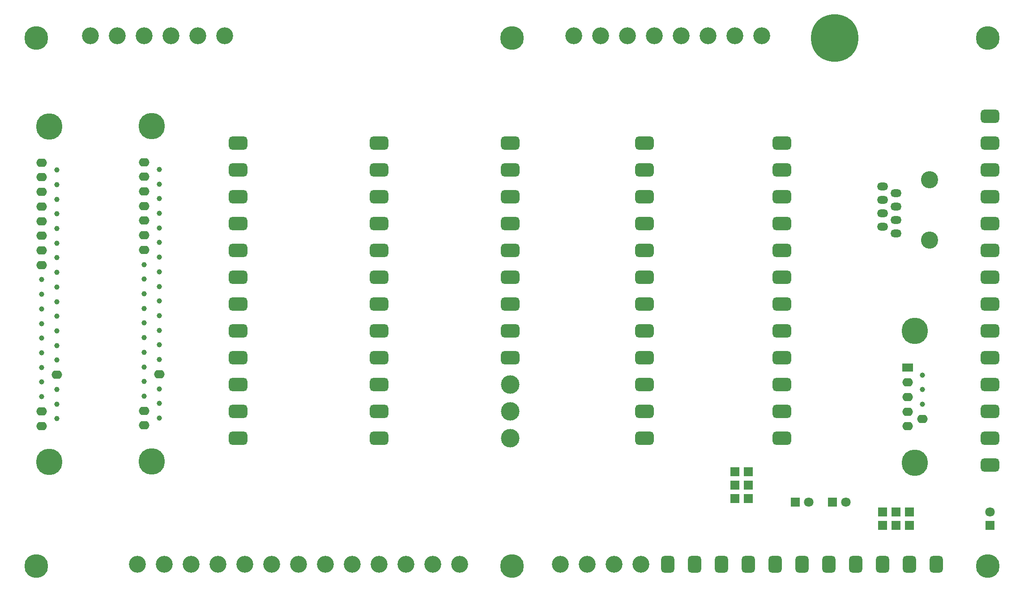
<source format=gbr>
%TF.GenerationSoftware,KiCad,Pcbnew,7.0.1*%
%TF.CreationDate,2023-04-16T18:01:34+03:00*%
%TF.ProjectId,maho-io,6d61686f-2d69-46f2-9e6b-696361645f70,rev?*%
%TF.SameCoordinates,PX44c0190PY8a4fb70*%
%TF.FileFunction,Soldermask,Bot*%
%TF.FilePolarity,Negative*%
%FSLAX46Y46*%
G04 Gerber Fmt 4.6, Leading zero omitted, Abs format (unit mm)*
G04 Created by KiCad (PCBNEW 7.0.1) date 2023-04-16 18:01:34*
%MOMM*%
%LPD*%
G01*
G04 APERTURE LIST*
G04 Aperture macros list*
%AMRoundRect*
0 Rectangle with rounded corners*
0 $1 Rounding radius*
0 $2 $3 $4 $5 $6 $7 $8 $9 X,Y pos of 4 corners*
0 Add a 4 corners polygon primitive as box body*
4,1,4,$2,$3,$4,$5,$6,$7,$8,$9,$2,$3,0*
0 Add four circle primitives for the rounded corners*
1,1,$1+$1,$2,$3*
1,1,$1+$1,$4,$5*
1,1,$1+$1,$6,$7*
1,1,$1+$1,$8,$9*
0 Add four rect primitives between the rounded corners*
20,1,$1+$1,$2,$3,$4,$5,0*
20,1,$1+$1,$4,$5,$6,$7,0*
20,1,$1+$1,$6,$7,$8,$9,0*
20,1,$1+$1,$8,$9,$2,$3,0*%
G04 Aperture macros list end*
%ADD10RoundRect,0.625000X-1.125000X0.625000X-1.125000X-0.625000X1.125000X-0.625000X1.125000X0.625000X0*%
%ADD11C,3.200000*%
%ADD12C,1.000000*%
%ADD13C,5.000000*%
%ADD14R,2.000000X1.600000*%
%ADD15O,2.000000X1.600000*%
%ADD16R,1.700000X1.700000*%
%ADD17C,4.500000*%
%ADD18R,1.800000X1.800000*%
%ADD19C,1.800000*%
%ADD20RoundRect,0.625000X-0.625000X0.975000X-0.625000X-0.975000X0.625000X-0.975000X0.625000X0.975000X0*%
%ADD21C,3.500000*%
%ADD22C,3.250000*%
%ADD23O,2.100000X1.500000*%
%ADD24C,9.000000*%
G04 APERTURE END LIST*
D10*
%TO.C,OUT3*%
X43180000Y64770000D03*
X43180000Y59690000D03*
%TD*%
D11*
%TO.C,OUTX3*%
X35560000Y105410000D03*
X40640000Y105410000D03*
%TD*%
%TO.C,OUTX2*%
X30480000Y105410000D03*
X25400000Y105410000D03*
%TD*%
%TO.C,OUTX1*%
X20320000Y105410000D03*
X15240000Y105410000D03*
%TD*%
%TO.C,IX4*%
X69850000Y5330000D03*
X74930000Y5330000D03*
%TD*%
%TO.C,IX7*%
X114300000Y5330000D03*
X119380000Y5330000D03*
%TD*%
D10*
%TO.C,GA1*%
X146050000Y54610000D03*
X146050000Y49530000D03*
%TD*%
%TO.C,GA3*%
X146050000Y34290000D03*
X146050000Y29210000D03*
%TD*%
D12*
%TO.C,A1*%
X172649669Y35625000D03*
X172649669Y38395000D03*
X172649669Y41165000D03*
D13*
X171229669Y24510000D03*
X171229669Y49510000D03*
D14*
X169809669Y42550000D03*
D15*
X169809669Y39780000D03*
X169809669Y37010000D03*
X169809669Y34240000D03*
X169809669Y31470000D03*
X172649669Y32855000D03*
%TD*%
D16*
%TO.C,JP1*%
X165085000Y15220000D03*
X165085000Y12680000D03*
X167625000Y15220000D03*
X167625000Y12680000D03*
X170165000Y15220000D03*
X170165000Y12680000D03*
%TD*%
D10*
%TO.C,S2*%
X185420000Y39370000D03*
X185420000Y34290000D03*
%TD*%
D17*
%TO.C,H3*%
X185000000Y105000000D03*
%TD*%
D10*
%TO.C,G1*%
X120015000Y54610000D03*
X120015000Y49530000D03*
%TD*%
D17*
%TO.C,H1*%
X5000000Y105000000D03*
%TD*%
D10*
%TO.C,OUT6*%
X43180000Y34290000D03*
X43180000Y29210000D03*
%TD*%
%TO.C,IN3*%
X69850000Y54610000D03*
X69850000Y49530000D03*
X69850000Y44450000D03*
%TD*%
D18*
%TO.C,D1*%
X185420000Y12700000D03*
D19*
X185420000Y15240000D03*
%TD*%
D10*
%TO.C,IN4*%
X69850000Y39370000D03*
X69850000Y34290000D03*
X69850000Y29210000D03*
%TD*%
%TO.C,VA1*%
X146050000Y85090000D03*
X146050000Y80010000D03*
%TD*%
D17*
%TO.C,H4*%
X185000000Y5000000D03*
%TD*%
D10*
%TO.C,OUT5*%
X43180000Y44450000D03*
X43180000Y39370000D03*
%TD*%
%TO.C,SS1*%
X185420000Y90170000D03*
X185420000Y85090000D03*
X185420000Y80010000D03*
X185420000Y74930000D03*
%TD*%
D20*
%TO.C,IX8*%
X124460000Y5330000D03*
X129540000Y5330000D03*
%TD*%
D10*
%TO.C,V1*%
X120015000Y85090000D03*
X120015000Y80010000D03*
%TD*%
D11*
%TO.C,IX5*%
X80010000Y5330000D03*
X85090000Y5330000D03*
%TD*%
D18*
%TO.C,D3*%
X148590000Y17125000D03*
D19*
X151130000Y17125000D03*
%TD*%
D10*
%TO.C,G3*%
X120015000Y34290000D03*
X120015000Y29210000D03*
%TD*%
D11*
%TO.C,IX6*%
X104140000Y5330000D03*
X109220000Y5330000D03*
%TD*%
D10*
%TO.C,OUT2*%
X43180000Y74930000D03*
X43180000Y69850000D03*
%TD*%
%TO.C,S1*%
X185420000Y49530000D03*
X185420000Y44450000D03*
%TD*%
D11*
%TO.C,G4*%
X111760000Y105410000D03*
X106680000Y105410000D03*
%TD*%
D10*
%TO.C,OUT1*%
X43180000Y80010000D03*
X43180000Y85090000D03*
%TD*%
D18*
%TO.C,JP2*%
X139700000Y22860000D03*
X137160000Y22860000D03*
X139700000Y20320000D03*
X137160000Y20320000D03*
X139700000Y17780000D03*
X137160000Y17780000D03*
%TD*%
D10*
%TO.C,V3*%
X120015000Y64770000D03*
X120015000Y59690000D03*
%TD*%
D11*
%TO.C,G5*%
X121920000Y105410000D03*
X116840000Y105410000D03*
%TD*%
D12*
%TO.C,DBO1*%
X8890000Y32910000D03*
X8890000Y35680000D03*
X6050000Y37065000D03*
X8890000Y38450000D03*
X6050000Y39835000D03*
X6050000Y42605000D03*
X8890000Y43990000D03*
X6050000Y45375000D03*
X8890000Y46760000D03*
X6050000Y48145000D03*
X8890000Y49530000D03*
X6050000Y50915000D03*
X8890000Y52300000D03*
X6050000Y53685000D03*
X8890000Y55070000D03*
X6050000Y56455000D03*
X8890000Y57840000D03*
X6050000Y59225000D03*
X8890000Y60610000D03*
X8890000Y63380000D03*
X8890000Y66150000D03*
X8890000Y68920000D03*
X8890000Y71690000D03*
X8890000Y74460000D03*
X8890000Y77230000D03*
X8890000Y80000000D03*
D13*
X7470000Y24705000D03*
X7470000Y88205000D03*
D15*
X6050000Y81385000D03*
X6050000Y78615000D03*
X6050000Y75845000D03*
X6050000Y73075000D03*
X6050000Y70305000D03*
X6050000Y67535000D03*
X6050000Y64765000D03*
X6050000Y61995000D03*
X6050000Y34295000D03*
X6050000Y31525000D03*
X8890000Y41220000D03*
%TD*%
D10*
%TO.C,IN1*%
X69850000Y85090000D03*
X69850000Y80010000D03*
X69850000Y74930000D03*
%TD*%
D11*
%TO.C,IX1*%
X24130000Y5330000D03*
X29210000Y5330000D03*
X34290000Y5330000D03*
%TD*%
D10*
%TO.C,IN7*%
X94615000Y54610000D03*
X94615000Y49530000D03*
X94615000Y44450000D03*
%TD*%
D21*
%TO.C,IN8*%
X94615000Y39370000D03*
X94615000Y34290000D03*
X94615000Y29210000D03*
%TD*%
D15*
%TO.C,DBI1*%
X25400000Y31625000D03*
D12*
X28240000Y33010000D03*
D15*
X25400000Y34395000D03*
D12*
X28240000Y35780000D03*
X25400000Y37165000D03*
X28240000Y38550000D03*
X25400000Y39935000D03*
X25400000Y42705000D03*
X28240000Y44090000D03*
X25400000Y45475000D03*
X28240000Y46860000D03*
X25400000Y48245000D03*
X28240000Y49630000D03*
X25400000Y51015000D03*
X28240000Y52400000D03*
X25400000Y53785000D03*
X28240000Y55170000D03*
X25400000Y56555000D03*
X28240000Y57940000D03*
X25400000Y59325000D03*
X28240000Y60710000D03*
X25400000Y62095000D03*
X28240000Y63480000D03*
X28240000Y66250000D03*
X28240000Y69020000D03*
X28240000Y71790000D03*
X28240000Y74560000D03*
X28240000Y77330000D03*
X28240000Y80100000D03*
D13*
X26820000Y24805000D03*
X26820000Y88305000D03*
D15*
X25400000Y81485000D03*
X25400000Y78715000D03*
X25400000Y75945000D03*
X25400000Y73175000D03*
X25400000Y70405000D03*
X25400000Y67635000D03*
X25400000Y64865000D03*
X28240000Y41320000D03*
%TD*%
D10*
%TO.C,S3*%
X185420000Y29210000D03*
X185420000Y24130000D03*
%TD*%
%TO.C,VA3*%
X146050000Y64770000D03*
X146050000Y59690000D03*
%TD*%
D20*
%TO.C,U1*%
X170180000Y5330000D03*
X175260000Y5330000D03*
%TD*%
D10*
%TO.C,SS2*%
X185420000Y69850000D03*
X185420000Y64770000D03*
X185420000Y59690000D03*
X185420000Y54610000D03*
%TD*%
D11*
%TO.C,V5*%
X142240000Y105410000D03*
X137160000Y105410000D03*
%TD*%
D20*
%TO.C,U2*%
X154940000Y5330000D03*
X160020000Y5330000D03*
X165100000Y5330000D03*
%TD*%
D18*
%TO.C,D2*%
X155575000Y17125000D03*
D19*
X158115000Y17125000D03*
%TD*%
D10*
%TO.C,IN2*%
X69850000Y69850000D03*
X69850000Y64770000D03*
X69850000Y59690000D03*
%TD*%
D20*
%TO.C,U3*%
X144780000Y5330000D03*
X149860000Y5330000D03*
%TD*%
D10*
%TO.C,G2*%
X120015000Y44450000D03*
X120015000Y39370000D03*
%TD*%
D17*
%TO.C,H5*%
X95000000Y5000000D03*
%TD*%
D10*
%TO.C,VA2*%
X146050000Y74930000D03*
X146050000Y69850000D03*
%TD*%
%TO.C,OUT4*%
X43180000Y54610000D03*
X43180000Y49530000D03*
%TD*%
%TO.C,V2*%
X120015000Y74930000D03*
X120015000Y69850000D03*
%TD*%
D11*
%TO.C,IX3*%
X54610000Y5330000D03*
X59690000Y5330000D03*
X64770000Y5330000D03*
%TD*%
%TO.C,V4*%
X132080000Y105410000D03*
X127000000Y105410000D03*
%TD*%
D22*
%TO.C,RJ1*%
X173990000Y66675000D03*
X173990000Y78105000D03*
D23*
X167640000Y67945000D03*
X165100000Y69215000D03*
X167640000Y70485000D03*
X165100000Y71755000D03*
X167640000Y73025000D03*
X165100000Y74295000D03*
X167640000Y75565000D03*
X165100000Y76835000D03*
%TD*%
D24*
%TO.C,E1*%
X156000000Y105000000D03*
%TD*%
D20*
%TO.C,IX9*%
X134620000Y5330000D03*
X139700000Y5330000D03*
%TD*%
D17*
%TO.C,H2*%
X95000000Y105000000D03*
%TD*%
D11*
%TO.C,IX2*%
X39370000Y5330000D03*
X44450000Y5330000D03*
X49530000Y5330000D03*
%TD*%
D10*
%TO.C,GA2*%
X146050000Y44450000D03*
X146050000Y39370000D03*
%TD*%
D17*
%TO.C,H6*%
X5000000Y5000000D03*
%TD*%
D10*
%TO.C,IN5*%
X94615000Y85090000D03*
X94615000Y80010000D03*
X94615000Y74930000D03*
%TD*%
%TO.C,IN6*%
X94615000Y69850000D03*
X94615000Y64770000D03*
X94615000Y59690000D03*
%TD*%
M02*

</source>
